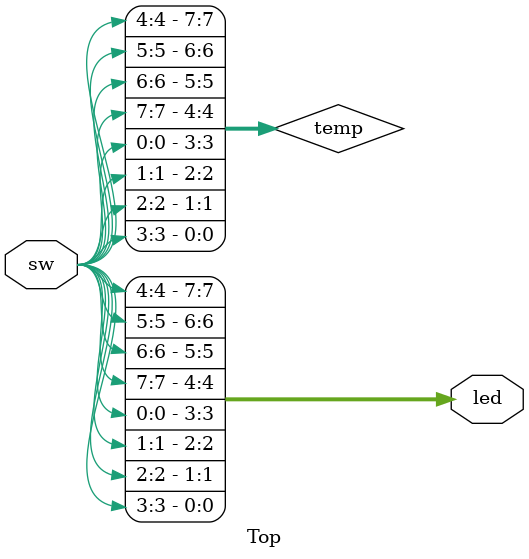
<source format=v>
`timescale 1ns / 1ps


module Top (
    input   [7:0]       sw,
    output  [7:0]       led
);
// Write your codes here.

reg [7:0] temp;
always @(*) begin
    temp[7] = sw[4];
    temp[6] = sw[5];
    temp[5] = sw[6];
    temp[4] = sw[7];
    temp[3] = sw[0];
    temp[2] = sw[1];
    temp[1] = sw[2];
    temp[0] = sw[3];
end

assign led = temp;
endmodule
</source>
